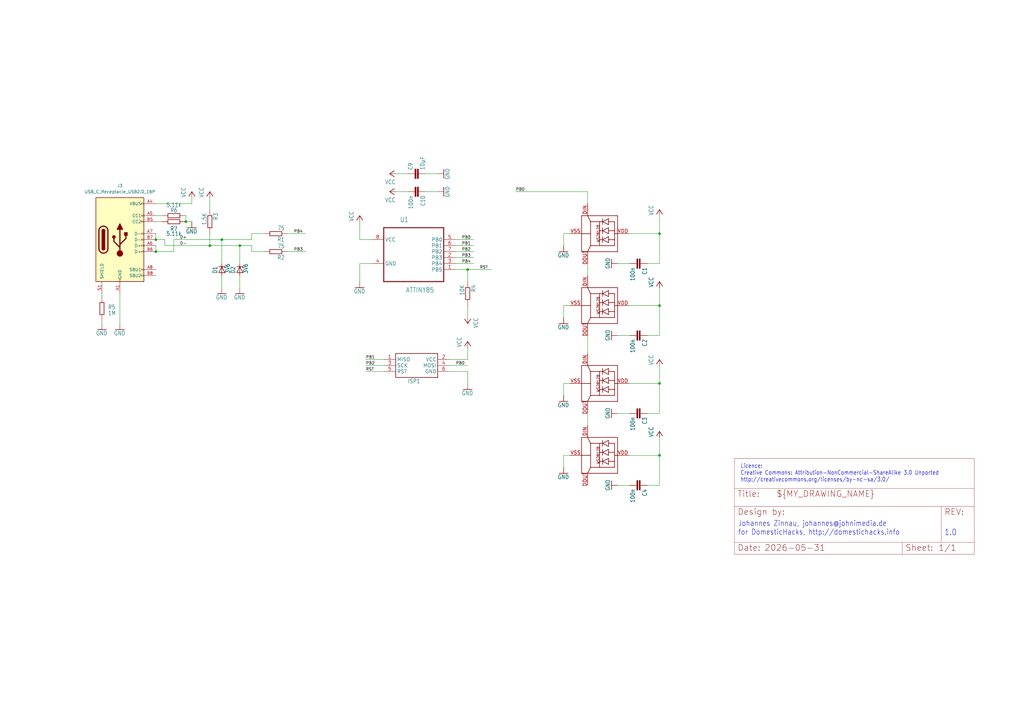
<source format=kicad_sch>
(kicad_sch (version 20250114) (generator "eeschema") (generator_version "9.0")
  (paper "User" 433.807 302.311)
  (lib_symbols
    (symbol "Connector:USB_C_Receptacle_USB2.0_16P" (pin_names (offset 1.016))
      (property "Reference" "J" (at 0 22.225 0))
      (property "Value" "USB_C_Receptacle_USB2.0_16P" (at 0 19.685 0))
      (symbol "USB_C_Receptacle_USB2.0_16P_0_0"
        (rectangle (start -0.254 -17.78) (end 0.254 -16.764))
        (rectangle (start 10.16 15.494) (end 9.144 14.986))
        (rectangle (start 10.16 10.414) (end 9.144 9.906))
        (rectangle (start 10.16 7.874) (end 9.144 7.366))
        (rectangle (start 10.16 2.794) (end 9.144 2.286))
        (rectangle (start 10.16 0.254) (end 9.144 -0.254))
        (rectangle (start 10.16 -2.286) (end 9.144 -2.794))
        (rectangle (start 10.16 -4.826) (end 9.144 -5.334))
        (rectangle (start 10.16 -12.446) (end 9.144 -12.954))
        (rectangle (start 10.16 -14.986) (end 9.144 -15.494))
      )
      (symbol "USB_C_Receptacle_USB2.0_16P_0_1"
        (rectangle (start -10.16 17.78) (end 10.16 -17.78) (stroke (width 0.254)) (fill (type background)))
        (polyline (pts (xy -8.89 -3.81) (xy -8.89 3.81)) (stroke (width 0.508)))
        (rectangle (start -7.62 -3.81) (end -6.35 3.81) (stroke (width 0.254)) (fill (type outline)))
        (arc (start -7.62 3.81) (mid -6.985 4.4423) (end -6.35 3.81) (stroke (width 0.254)))
        (arc (start -7.62 3.81) (mid -6.985 4.4423) (end -6.35 3.81) (stroke (width 0.254)) (fill (type outline)))
        (arc (start -8.89 3.81) (mid -6.985 5.7067) (end -5.08 3.81) (stroke (width 0.508)))
        (arc (start -5.08 -3.81) (mid -6.985 -5.7067) (end -8.89 -3.81) (stroke (width 0.508)))
        (arc (start -6.35 -3.81) (mid -6.985 -4.4423) (end -7.62 -3.81) (stroke (width 0.254)))
        (arc (start -6.35 -3.81) (mid -6.985 -4.4423) (end -7.62 -3.81) (stroke (width 0.254)) (fill (type outline)))
        (polyline (pts (xy -5.08 3.81) (xy -5.08 -3.81)) (stroke (width 0.508)))
        (circle (center -2.54 1.143) (radius 0.635) (stroke (width 0.254)) (fill (type outline)))
        (polyline (pts (xy -1.27 4.318) (xy 0 6.858) (xy 1.27 4.318) (xy -1.27 4.318)) (stroke (width 0.254)) (fill (type outline)))
        (polyline (pts (xy 0 -2.032) (xy 2.54 0.508) (xy 2.54 1.778)) (stroke (width 0.508)))
        (polyline (pts (xy 0 -3.302) (xy -2.54 -0.762) (xy -2.54 0.508)) (stroke (width 0.508)))
        (polyline (pts (xy 0 -5.842) (xy 0 4.318)) (stroke (width 0.508)))
        (circle (center 0 -5.842) (radius 1.27) (fill (type outline)))
        (rectangle (start 1.905 1.778) (end 3.175 3.048) (stroke (width 0.254)) (fill (type outline)))
      )
      (symbol "USB_C_Receptacle_USB2.0_16P_1_1"
        (pin passive line (at -7.62 -22.86 90) (length 5.08) (name "SHIELD") (number "S1"))
        (pin passive line (at 0 -22.86 90) (length 5.08) (name "GND") (number "A1"))
        (pin passive line (at 0 -22.86 90) (length 5.08) (hide yes) (name "GND") (number "A12"))
        (pin passive line (at 0 -22.86 90) (length 5.08) (hide yes) (name "GND") (number "B1"))
        (pin passive line (at 0 -22.86 90) (length 5.08) (hide yes) (name "GND") (number "B12"))
        (pin passive line (at 15.24 15.24 180) (length 5.08) (name "VBUS") (number "A4"))
        (pin passive line (at 15.24 15.24 180) (length 5.08) (hide yes) (name "VBUS") (number "A9"))
        (pin passive line (at 15.24 15.24 180) (length 5.08) (hide yes) (name "VBUS") (number "B4"))
        (pin passive line (at 15.24 15.24 180) (length 5.08) (hide yes) (name "VBUS") (number "B9"))
        (pin bidirectional line (at 15.24 10.16 180) (length 5.08) (name "CC1") (number "A5"))
        (pin bidirectional line (at 15.24 7.62 180) (length 5.08) (name "CC2") (number "B5"))
        (pin bidirectional line (at 15.24 2.54 180) (length 5.08) (name "D-") (number "A7"))
        (pin bidirectional line (at 15.24 0 180) (length 5.08) (name "D-") (number "B7"))
        (pin bidirectional line (at 15.24 -2.54 180) (length 5.08) (name "D+") (number "A6"))
        (pin bidirectional line (at 15.24 -5.08 180) (length 5.08) (name "D+") (number "B6"))
        (pin bidirectional line (at 15.24 -12.7 180) (length 5.08) (name "SBU1") (number "A8"))
        (pin bidirectional line (at 15.24 -15.24 180) (length 5.08) (name "SBU2") (number "B8"))
      )
    )
    (symbol "bloenk-mini-eagle-import:Atmel_By_element14_Batch_1_ATTINY85-20SU"
      (property "Reference" "U" (at -5.8928 9.906 0))
      (symbol "Atmel_By_element14_Batch_1_ATTINY85-20SU_1_0"
        (polyline (pts (xy -12.7 7.62) (xy -12.7 -15.24)) (stroke (width 0.4064)))
        (polyline (pts (xy -12.7 -15.24) (xy 12.7 -15.24)) (stroke (width 0.4064)))
        (polyline (pts (xy 12.7 7.62) (xy -12.7 7.62)) (stroke (width 0.4064)))
        (polyline (pts (xy 12.7 -15.24) (xy 12.7 7.62)) (stroke (width 0.4064)))
        (pin power_in line (at -17.78 2.54 0) (length 5.08) (name "VCC") (number "8"))
        (pin passive line (at -17.78 -7.62 0) (length 5.08) (name "GND") (number "4"))
        (pin bidirectional line (at 17.78 2.54 180) (length 5.08) (name "PB0") (number "5"))
        (pin bidirectional line (at 17.78 0 180) (length 5.08) (name "PB1") (number "6"))
        (pin bidirectional line (at 17.78 -2.54 180) (length 5.08) (name "PB2") (number "7"))
        (pin bidirectional line (at 17.78 -5.08 180) (length 5.08) (name "PB3") (number "2"))
        (pin bidirectional line (at 17.78 -7.62 180) (length 5.08) (name "PB4") (number "3"))
        (pin bidirectional line (at 17.78 -10.16 180) (length 5.08) (name "PB5") (number "1"))
      )
    )
    (symbol "bloenk-mini-eagle-import:WS2812B_WS2812B"
      (symbol "WS2812B_WS2812B_1_0"
        (polyline (pts (xy -7.62 10.16) (xy -7.62 -2.54)) (stroke (width 0.254)))
        (polyline (pts (xy -7.62 -2.54) (xy -7.62 -5.08)) (stroke (width 0.254)))
        (polyline (pts (xy -7.62 -5.08) (xy 0 -5.08)) (stroke (width 0.254)))
        (polyline (pts (xy -6.35 6.35) (xy -5.08 6.35)) (stroke (width 0.254)))
        (polyline (pts (xy -6.35 3.81) (xy -5.08 3.81)) (stroke (width 0.254)))
        (polyline (pts (xy -5.08 8.89) (xy -5.08 6.35)) (stroke (width 0.254)))
        (polyline (pts (xy -5.08 6.35) (xy -3.81 6.35)) (stroke (width 0.254)))
        (polyline (pts (xy -5.08 3.81) (xy -6.35 6.35)) (stroke (width 0.254)))
        (polyline (pts (xy -5.08 3.81) (xy -5.08 2.54)) (stroke (width 0.254)))
        (polyline (pts (xy -5.08 3.81) (xy -3.81 6.35)) (stroke (width 0.254)))
        (polyline (pts (xy -5.08 2.54) (xy -5.08 -1.27)) (stroke (width 0.254)))
        (polyline (pts (xy -5.08 -1.27) (xy -7.62 -2.54)) (stroke (width 0.254)))
        (polyline (pts (xy -5.08 -1.27) (xy 0 -1.27)) (stroke (width 0.254)))
        (polyline (pts (xy -3.81 3.81) (xy -5.08 3.81)) (stroke (width 0.254)))
        (polyline (pts (xy -2.54 6.35) (xy 0 6.35)) (stroke (width 0.254)))
        (polyline (pts (xy -2.54 3.81) (xy -1.27 3.81)) (stroke (width 0.254)))
        (polyline (pts (xy -1.27 6.35) (xy -1.27 8.89)) (stroke (width 0.254)))
        (polyline (pts (xy -1.27 3.81) (xy -2.54 6.35)) (stroke (width 0.254)))
        (polyline (pts (xy -1.27 3.81) (xy -1.27 2.54)) (stroke (width 0.254)))
        (polyline (pts (xy -1.27 3.81) (xy 0 3.81)) (stroke (width 0.254)))
        (polyline (pts (xy -1.27 2.54) (xy -5.08 2.54)) (stroke (width 0.254)))
        (polyline (pts (xy 0 10.16) (xy -7.62 10.16)) (stroke (width 0.254)))
        (polyline (pts (xy 0 10.16) (xy 0 8.89)) (stroke (width 0.254)))
        (polyline (pts (xy 0 8.89) (xy -5.08 8.89)) (stroke (width 0.254)))
        (polyline (pts (xy 0 6.35) (xy -1.27 3.81)) (stroke (width 0.254)))
        (polyline (pts (xy 0 -1.27) (xy 0 -5.08)) (stroke (width 0.254)))
        (polyline (pts (xy 0 -1.27) (xy 5.08 -1.27)) (stroke (width 0.254)))
        (polyline (pts (xy 0 -5.08) (xy 7.62 -5.08)) (stroke (width 0.254)))
        (polyline (pts (xy 1.27 6.35) (xy 2.54 6.35)) (stroke (width 0.254)))
        (polyline (pts (xy 1.27 6.35) (xy 2.54 3.81)) (stroke (width 0.254)))
        (polyline (pts (xy 2.54 8.89) (xy 0 8.89)) (stroke (width 0.254)))
        (polyline (pts (xy 2.54 8.89) (xy 5.08 8.89)) (stroke (width 0.254)))
        (polyline (pts (xy 2.54 6.35) (xy 2.54 8.89)) (stroke (width 0.254)))
        (polyline (pts (xy 2.54 3.81) (xy 1.27 3.81)) (stroke (width 0.254)))
        (polyline (pts (xy 2.54 3.81) (xy 2.54 2.54)) (stroke (width 0.254)))
        (polyline (pts (xy 2.54 3.81) (xy 3.81 6.35)) (stroke (width 0.254)))
        (polyline (pts (xy 2.54 3.81) (xy 3.81 3.81)) (stroke (width 0.254)))
        (polyline (pts (xy 2.54 2.54) (xy -1.27 2.54)) (stroke (width 0.254)))
        (polyline (pts (xy 3.81 6.35) (xy 2.54 6.35)) (stroke (width 0.254)))
        (polyline (pts (xy 5.08 8.89) (xy 5.08 2.54)) (stroke (width 0.254)))
        (polyline (pts (xy 5.08 2.54) (xy 2.54 2.54)) (stroke (width 0.254)))
        (polyline (pts (xy 5.08 -1.27) (xy 5.08 2.54)) (stroke (width 0.254)))
        (polyline (pts (xy 5.08 -1.27) (xy 7.62 -2.54)) (stroke (width 0.254)))
        (polyline (pts (xy 7.62 10.16) (xy 0 10.16)) (stroke (width 0.254)))
        (polyline (pts (xy 7.62 -2.54) (xy 7.62 10.16)) (stroke (width 0.254)))
        (polyline (pts (xy 7.62 -5.08) (xy 7.62 -2.54)) (stroke (width 0.254)))
        (text "WS2812B" (at 3.81 1.27 0) (effects (font (size 1.27 1.0795)) (justify right top)))
        (pin input line (at -12.7 -2.54 0) (length 5.08) (name "DI") (number "DIN"))
        (pin power_in line (at 0 14.986 270) (length 5.08) (name "VDD") (number "VDD"))
        (pin power_in line (at 0 -10.16 90) (length 5.08) (name "GND") (number "VSS"))
        (pin output line (at 12.7 -2.54 180) (length 5.08) (name "DO") (number "DOUT"))
      )
    )
    (symbol "bloenk-mini-eagle-import:adafruit_AVRISP-6"
      (property "Reference" "ISP" (at -2.54 -7.62 0))
      (symbol "adafruit_AVRISP-6_1_0"
        (polyline (pts (xy -7.62 5.08) (xy 10.16 5.08)) (stroke (width 0.254)))
        (polyline (pts (xy -7.62 -5.08) (xy -7.62 5.08)) (stroke (width 0.254)))
        (polyline (pts (xy 10.16 5.08) (xy 10.16 -5.08)) (stroke (width 0.254)))
        (polyline (pts (xy 10.16 -5.08) (xy -7.62 -5.08)) (stroke (width 0.254)))
        (pin input line (at -12.7 2.54 0) (length 5.08) (name "MISO") (number "1"))
        (pin output line (at -12.7 0 0) (length 5.08) (name "SCK") (number "3"))
        (pin output line (at -12.7 -2.54 0) (length 5.08) (name "RST") (number "5"))
        (pin power_in line (at 15.24 2.54 180) (length 5.08) (name "VCC") (number "2"))
        (pin output line (at 15.24 0 180) (length 5.08) (name "MOSI") (number "4"))
        (pin power_in line (at 15.24 -2.54 180) (length 5.08) (name "GND") (number "6"))
      )
    )
    (symbol "bloenk-mini-eagle-import:diode_ZENER-DIODESOD80C"
      (property "Reference" "D" (at -1.778 1.905 0))
      (symbol "diode_ZENER-DIODESOD80C_1_0"
        (polyline (pts (xy -1.27 1.27) (xy -1.27 -1.27)) (stroke (width 0.254)))
        (polyline (pts (xy -1.27 -1.27) (xy 1.27 0)) (stroke (width 0.254)))
        (polyline (pts (xy 1.27 1.27) (xy 1.27 0)) (stroke (width 0.254)))
        (polyline (pts (xy 1.27 0) (xy -1.27 1.27)) (stroke (width 0.254)))
        (polyline (pts (xy 1.27 0) (xy 1.27 -1.27)) (stroke (width 0.254)))
        (polyline (pts (xy 1.27 -1.27) (xy 0.635 -1.27)) (stroke (width 0.254)))
        (pin passive line (at -2.54 0 0) (length 2.54) (name "A") (number "A"))
        (pin passive line (at 2.54 0 180) (length 2.54) (name "C") (number "C"))
      )
    )
    (symbol "bloenk-mini-eagle-import:my_frames_DINA3_L"
      (symbol "my_frames_DINA3_L_1_0"
        (polyline (pts (xy 0 264.16) (xy 388.62 264.16) (xy 388.62 0) (xy 0 0) (xy 0 264.16)))
      )
      (symbol "my_frames_DINA3_L_2_0"
        (polyline (pts (xy 0 27.94) (xy 0 40.64)) (stroke (width 0.1016)))
        (polyline (pts (xy 0 27.94) (xy 101.6 27.94)) (stroke (width 0.1016)))
        (polyline (pts (xy 0 20.32) (xy 0 27.94)) (stroke (width 0.1016)))
        (polyline (pts (xy 0 5.08) (xy 0 20.32)) (stroke (width 0.1016)))
        (polyline (pts (xy 0 5.08) (xy 71.12 5.08)) (stroke (width 0.1016)))
        (polyline (pts (xy 0 0) (xy 0 5.08)) (stroke (width 0.1016)))
        (polyline (pts (xy 0 0) (xy 71.12 0)) (stroke (width 0.1016)))
        (polyline (pts (xy 71.12 5.08) (xy 71.12 0)) (stroke (width 0.1016)))
        (polyline (pts (xy 71.12 5.08) (xy 87.63 5.08)) (stroke (width 0.1016)))
        (polyline (pts (xy 71.12 0) (xy 101.6 0)) (stroke (width 0.1016)))
        (polyline (pts (xy 87.63 20.32) (xy 0 20.32)) (stroke (width 0.1016)))
        (polyline (pts (xy 87.63 20.32) (xy 87.63 5.08)) (stroke (width 0.1016)))
        (polyline (pts (xy 87.63 5.08) (xy 101.6 5.08)) (stroke (width 0.1016)))
        (polyline (pts (xy 101.6 40.64) (xy 0 40.64)) (stroke (width 0.1016)))
        (polyline (pts (xy 101.6 40.64) (xy 101.6 27.94)) (stroke (width 0.1016)))
        (polyline (pts (xy 101.6 27.94) (xy 101.6 20.32)) (stroke (width 0.1016)))
        (polyline (pts (xy 101.6 20.32) (xy 87.63 20.32)) (stroke (width 0.1016)))
        (polyline (pts (xy 101.6 20.32) (xy 101.6 5.08)) (stroke (width 0.1016)))
        (polyline (pts (xy 101.6 5.08) (xy 101.6 0)) (stroke (width 0.1016)))
        (text "Title:" (at 1.27 24.13 0) (effects (font (size 2.54 2.54)) (justify left bottom)))
        (text "Design by:" (at 1.27 16.51 0) (effects (font (size 2.54 2.54)) (justify left bottom)))
        (text "Date:" (at 1.27 1.27 0) (effects (font (size 2.54 2.54)) (justify left bottom)))
        (text "${CURRENT_DATE}" (at 12.7 1.27 0) (effects (font (size 2.54 2.54)) (justify left bottom)))
        (text "${MY_DRAWING_NAME}" (at 17.78 24.13 0) (effects (font (size 2.54 2.54)) (justify left bottom)))
        (text "Sheet:" (at 72.39 1.27 0) (effects (font (size 2.54 2.54)) (justify left bottom)))
        (text "${#}/${##}" (at 86.36 1.27 0) (effects (font (size 2.54 2.54)) (justify left bottom)))
        (text "REV:" (at 88.9 16.51 0) (effects (font (size 2.54 2.54)) (justify left bottom)))
      )
    )
    (symbol "bloenk-mini-eagle-import:rcl_C-EUC0805"
      (property "Reference" "C" (at 1.524 0.381 0))
      (symbol "rcl_C-EUC0805_1_0"
        (rectangle (start -2.032 -1.016) (end 2.032 -0.508) (fill (type outline)))
        (rectangle (start -2.032 -2.032) (end 2.032 -1.524) (fill (type outline)))
        (polyline (pts (xy 0 0) (xy 0 -0.508)) (stroke (width 0.1524)))
        (polyline (pts (xy 0 -2.54) (xy 0 -2.032)) (stroke (width 0.1524)))
        (pin passive line (at 0 2.54 270) (length 2.54) (name "1") (number "1"))
        (pin passive line (at 0 -5.08 90) (length 2.54) (name "2") (number "2"))
      )
    )
    (symbol "bloenk-mini-eagle-import:resistor_C-EUC0603"
      (property "Reference" "C" (at 1.524 0.381 0))
      (symbol "resistor_C-EUC0603_1_0"
        (rectangle (start -2.032 -1.016) (end 2.032 -0.508) (fill (type outline)))
        (rectangle (start -2.032 -2.032) (end 2.032 -1.524) (fill (type outline)))
        (polyline (pts (xy 0 0) (xy 0 -0.508)) (stroke (width 0.1524)))
        (polyline (pts (xy 0 -2.54) (xy 0 -2.032)) (stroke (width 0.1524)))
        (pin passive line (at 0 2.54 270) (length 2.54) (name "1") (number "1"))
        (pin passive line (at 0 -5.08 90) (length 2.54) (name "2") (number "2"))
      )
    )
    (symbol "bloenk-mini-eagle-import:resistor_R-EU_R0603"
      (property "Reference" "R" (at -3.81 1.4986 0))
      (symbol "resistor_R-EU_R0603_1_0"
        (polyline (pts (xy -2.54 -0.889) (xy -2.54 0.889)) (stroke (width 0.254)))
        (polyline (pts (xy -2.54 -0.889) (xy 2.54 -0.889)) (stroke (width 0.254)))
        (polyline (pts (xy 2.54 0.889) (xy -2.54 0.889)) (stroke (width 0.254)))
        (polyline (pts (xy 2.54 -0.889) (xy 2.54 0.889)) (stroke (width 0.254)))
        (pin passive line (at -5.08 0 0) (length 2.54) (name "1") (number "1"))
        (pin passive line (at 5.08 0 180) (length 2.54) (name "2") (number "2"))
      )
    )
    (symbol "bloenk-mini-eagle-import:supply1_GND" (power)
      (symbol "supply1_GND_1_0"
        (polyline (pts (xy -1.905 0) (xy 1.905 0)) (stroke (width 0.254)))
        (pin power_in line (at 0 2.54 270) (length 2.54) (name "GND") (number "1"))
      )
    )
    (symbol "bloenk-mini-eagle-import:supply1_VCC" (power)
      (symbol "supply1_VCC_1_0"
        (polyline (pts (xy 0 0) (xy -1.27 -1.905)) (stroke (width 0.254)))
        (polyline (pts (xy 1.27 -1.905) (xy 0 0)) (stroke (width 0.254)))
        (pin power_in line (at 0 -2.54 90) (length 2.54) (name "VCC") (number "1"))
      )
    )
  )
  (text "Licence:\nCreative Commons: Attribution-NonCommercial-ShareAlike 3.0 Unported\nhttp://creativecommons.org/licenses/by-nc-sa/3.0/" (at 313.69 204.47 0) (effects (font (size 1.778 1.5113)) (justify left bottom)))
  (text "Johannes Zinnau, johannes@johnimedia.de\nfor DomesticHacks, http://domestichacks.info" (at 312.674 227.076 0) (effects (font (size 2.286 1.9431)) (justify left bottom)))
  (text "1.0" (at 400.05 227.33 0) (effects (font (size 2.54 2.159)) (justify left bottom)))
  (junction (at 66.04 106.68))
  (junction (at 279.4 99.06))
  (junction (at 279.4 129.54))
  (junction (at 279.4 193.04))
  (junction (at 198.12 114.3))
  (junction (at 279.4 162.56))
  (junction (at 88.9 104.14))
  (junction (at 78.74 93.98))
  (junction (at 93.98 101.6))
  (junction (at 66.04 101.6))
  (junction (at 101.6 104.14))
  (wire (pts (xy 279.4 205.74) (xy 274.32 205.74)) (stroke (width 0.1524)))
  (wire (pts (xy 238.76 99.06) (xy 238.76 104.14)) (stroke (width 0.1524)))
  (wire (pts (xy 198.12 129.54) (xy 198.12 134.62)) (stroke (width 0.1524)))
  (wire (pts (xy 241.3 99.06) (xy 238.76 99.06)) (stroke (width 0.1524)))
  (wire (pts (xy 193.04 109.22) (xy 200.66 109.22)) (stroke (width 0.1524)))
  (wire (pts (xy 180.34 81.28) (xy 185.42 81.28)) (stroke (width 0.1524)))
  (wire (pts (xy 88.9 104.14) (xy 101.6 104.14)) (stroke (width 0.1524)))
  (wire (pts (xy 193.04 104.14) (xy 200.66 104.14)) (stroke (width 0.1524)))
  (wire (pts (xy 157.48 101.6) (xy 152.4 101.6)) (stroke (width 0.1524)))
  (wire (pts (xy 241.3 129.54) (xy 238.76 129.54)) (stroke (width 0.1524)))
  (wire (pts (xy 238.76 162.56) (xy 238.76 167.64)) (stroke (width 0.1524)))
  (wire (pts (xy 88.9 104.14) (xy 88.9 99.06)) (stroke (width 0.1524)))
  (wire (pts (xy 106.68 106.68) (xy 111.76 106.68)) (stroke (width 0.1524)))
  (wire (pts (xy 266.7 142.24) (xy 261.62 142.24)) (stroke (width 0.1524)))
  (wire (pts (xy 162.56 152.4) (xy 154.94 152.4)) (stroke (width 0.1524)))
  (wire (pts (xy 218.44 81.28) (xy 248.92 81.28)) (stroke (width 0.1524)))
  (wire (pts (xy 279.4 129.54) (xy 279.4 142.24)) (stroke (width 0.1524)))
  (wire (pts (xy 193.04 111.76) (xy 200.66 111.76)) (stroke (width 0.1524)))
  (wire (pts (xy 198.12 157.48) (xy 198.12 162.56)) (stroke (width 0.1524)))
  (wire (pts (xy 106.68 99.06) (xy 111.76 99.06)) (stroke (width 0.1524)))
  (wire (pts (xy 152.4 111.76) (xy 152.4 119.38)) (stroke (width 0.1524)))
  (wire (pts (xy 69.85 101.6) (xy 66.04 101.6)) (stroke (width 0.1524)))
  (wire (pts (xy 106.68 101.6) (xy 106.68 99.06)) (stroke (width 0.1524)))
  (wire (pts (xy 198.12 114.3) (xy 208.28 114.3)) (stroke (width 0.1524)))
  (wire (pts (xy 279.4 111.76) (xy 279.4 99.06)) (stroke (width 0.1524)))
  (wire (pts (xy 88.9 83.82) (xy 88.9 88.9)) (stroke (width 0.1524)))
  (wire (pts (xy 93.98 116.84) (xy 93.98 121.92)) (stroke (width 0.1524)))
  (wire (pts (xy 279.4 185.42) (xy 279.4 193.04)) (stroke (width 0.1524)))
  (wire (pts (xy 266.446 99.06) (xy 279.4 99.06)) (stroke (width 0.1524)))
  (wire (pts (xy 279.4 111.76) (xy 274.32 111.76)) (stroke (width 0.1524)))
  (wire (pts (xy 238.76 129.54) (xy 238.76 134.62)) (stroke (width 0.1524)))
  (wire (pts (xy 248.92 111.76) (xy 248.92 116.84)) (stroke (width 0.1524)))
  (wire (pts (xy 93.98 111.76) (xy 93.98 101.6)) (stroke (width 0.1524)))
  (wire (pts (xy 71.12 86.36) (xy 81.28 86.36)) (stroke (width 0.1524)))
  (wire (pts (xy 241.3 193.04) (xy 238.76 193.04)) (stroke (width 0.1524)))
  (wire (pts (xy 261.62 175.26) (xy 266.7 175.26)) (stroke (width 0.1524)))
  (wire (pts (xy 241.3 162.56) (xy 238.76 162.56)) (stroke (width 0.1524)))
  (wire (pts (xy 193.04 101.6) (xy 200.66 101.6)) (stroke (width 0.1524)))
  (wire (pts (xy 73.66 101.6) (xy 73.66 106.68)) (stroke (width 0.1524)))
  (wire (pts (xy 43.18 124.46) (xy 43.18 125.73)))
  (wire (pts (xy 152.4 101.6) (xy 152.4 93.98)) (stroke (width 0.1524)))
  (wire (pts (xy 66.04 106.68) (xy 73.66 106.68)) (stroke (width 0.1524)))
  (wire (pts (xy 106.68 104.14) (xy 106.68 106.68)) (stroke (width 0.1524)))
  (wire (pts (xy 279.4 193.04) (xy 279.4 205.74)) (stroke (width 0.1524)))
  (wire (pts (xy 121.92 99.06) (xy 129.54 99.06)) (stroke (width 0.1524)))
  (wire (pts (xy 167.64 81.28) (xy 172.72 81.28)) (stroke (width 0.1524)))
  (wire (pts (xy 78.74 93.98) (xy 81.28 93.98)))
  (wire (pts (xy 50.8 124.46) (xy 50.8 137.16)))
  (wire (pts (xy 279.4 142.24) (xy 274.32 142.24)) (stroke (width 0.1524)))
  (wire (pts (xy 279.4 175.26) (xy 274.32 175.26)) (stroke (width 0.1524)))
  (wire (pts (xy 121.92 106.68) (xy 129.54 106.68)) (stroke (width 0.1524)))
  (wire (pts (xy 190.5 154.94) (xy 198.12 154.94)) (stroke (width 0.1524)))
  (wire (pts (xy 266.7 205.74) (xy 261.62 205.74)) (stroke (width 0.1524)))
  (wire (pts (xy 78.74 96.52) (xy 81.28 96.52)))
  (wire (pts (xy 66.04 104.14) (xy 66.04 106.68)))
  (wire (pts (xy 73.66 101.6) (xy 93.98 101.6)) (stroke (width 0.1524)))
  (wire (pts (xy 66.04 99.06) (xy 66.04 101.6)))
  (wire (pts (xy 248.92 175.26) (xy 248.92 180.34)) (stroke (width 0.1524)))
  (wire (pts (xy 248.92 86.36) (xy 248.92 81.28)) (stroke (width 0.1524)))
  (wire (pts (xy 157.48 111.76) (xy 152.4 111.76)) (stroke (width 0.1524)))
  (wire (pts (xy 43.18 135.89) (xy 43.18 137.16)))
  (wire (pts (xy 81.28 86.36) (xy 81.28 83.82)) (stroke (width 0.1524)))
  (wire (pts (xy 266.446 193.04) (xy 279.4 193.04)) (stroke (width 0.1524)))
  (wire (pts (xy 93.98 101.6) (xy 106.68 101.6)) (stroke (width 0.1524)))
  (wire (pts (xy 198.12 119.38) (xy 198.12 114.3)) (stroke (width 0.1524)))
  (wire (pts (xy 198.12 152.4) (xy 198.12 147.32)) (stroke (width 0.1524)))
  (wire (pts (xy 261.62 111.76) (xy 266.7 111.76)) (stroke (width 0.1524)))
  (wire (pts (xy 193.04 106.68) (xy 200.66 106.68)) (stroke (width 0.1524)))
  (wire (pts (xy 167.64 73.66) (xy 172.72 73.66)) (stroke (width 0.1524)))
  (wire (pts (xy 248.92 142.24) (xy 248.92 149.86)))
  (wire (pts (xy 180.34 73.66) (xy 185.42 73.66)) (stroke (width 0.1524)))
  (wire (pts (xy 101.6 116.84) (xy 101.6 121.92)) (stroke (width 0.1524)))
  (wire (pts (xy 78.74 91.44) (xy 78.74 93.98)))
  (wire (pts (xy 279.4 99.06) (xy 279.4 91.44)) (stroke (width 0.1524)))
  (wire (pts (xy 190.5 152.4) (xy 198.12 152.4)) (stroke (width 0.1524)))
  (wire (pts (xy 279.4 175.26) (xy 279.4 162.56)) (stroke (width 0.1524)))
  (wire (pts (xy 66.04 91.44) (xy 68.58 91.44)))
  (wire (pts (xy 279.4 121.92) (xy 279.4 129.54)) (stroke (width 0.1524)))
  (wire (pts (xy 101.6 111.76) (xy 101.6 104.14)) (stroke (width 0.1524)))
  (wire (pts (xy 190.5 157.48) (xy 198.12 157.48)) (stroke (width 0.1524)))
  (wire (pts (xy 279.4 162.56) (xy 279.4 154.94)) (stroke (width 0.1524)))
  (wire (pts (xy 193.04 114.3) (xy 198.12 114.3)) (stroke (width 0.1524)))
  (wire (pts (xy 266.446 162.56) (xy 279.4 162.56)) (stroke (width 0.1524)))
  (wire (pts (xy 266.446 129.54) (xy 279.4 129.54)) (stroke (width 0.1524)))
  (wire (pts (xy 69.85 104.14) (xy 69.85 101.6)) (stroke (width 0.1524)))
  (wire (pts (xy 162.56 157.48) (xy 154.94 157.48)) (stroke (width 0.1524)))
  (wire (pts (xy 238.76 193.04) (xy 238.76 198.12)) (stroke (width 0.1524)))
  (wire (pts (xy 69.85 104.14) (xy 88.9 104.14)) (stroke (width 0.1524)))
  (wire (pts (xy 101.6 104.14) (xy 106.68 104.14)) (stroke (width 0.1524)))
  (wire (pts (xy 162.56 154.94) (xy 154.94 154.94)) (stroke (width 0.1524)))
  (wire (pts (xy 71.12 86.36) (xy 66.04 86.36)))
  (wire (pts (xy 66.04 93.98) (xy 68.58 93.98)))
  (label "RST" (at 203.2 114.3 0) (effects (font (size 1.2446 1.2446))))
  (label "D+" (at 76.2 101.6 0) (effects (font (size 1.2446 1.2446))))
  (label "PB2" (at 195.58 106.68 0) (effects (font (size 1.2446 1.2446))))
  (label "PB1" (at 154.94 152.4 0) (effects (font (size 1.2446 1.2446))))
  (label "PB4" (at 124.46 99.06 0) (effects (font (size 1.2446 1.2446))))
  (label "PB0" (at 218.44 81.28 0) (effects (font (size 1.2446 1.2446))))
  (label "PB1" (at 195.58 104.14 0) (effects (font (size 1.2446 1.2446))))
  (label "PB0" (at 193.04 154.94 0) (effects (font (size 1.2446 1.2446))))
  (label "PB0" (at 195.58 101.6 0) (effects (font (size 1.2446 1.2446))))
  (label "RST" (at 154.94 157.48 0) (effects (font (size 1.2446 1.2446))))
  (label "PB4" (at 195.58 111.76 0) (effects (font (size 1.2446 1.2446))))
  (label "PB3" (at 124.46 106.68 0) (effects (font (size 1.2446 1.2446))))
  (label "D-" (at 76.2 104.14 0) (effects (font (size 1.2446 1.2446))))
  (label "PB3" (at 195.58 109.22 0) (effects (font (size 1.2446 1.2446))))
  (label "PB2" (at 154.94 154.94 0) (effects (font (size 1.2446 1.2446))))
  (symbol (lib_id "bloenk-mini-eagle-import:WS2812B_WS2812B") (at 251.46 193.04 270) (unit 1)
    (property "Reference" "LED4" (effects (hide yes)))
    (property "Value" "WS2812B" (effects (hide yes)))
    (property "Footprint" "LED_SMD:LED_WS2812B_PLCC4_5.0x5.0mm_P3.2mm" (effects (hide yes)))
  )
  (symbol (lib_id "bloenk-mini-eagle-import:resistor_C-EUC0603") (at 271.78 205.74 270) (unit 1)
    (property "Reference" "C4" (at 272.161 207.264 0) (effects (font (size 1.778 1.5113)) (justify left bottom)))
    (property "Value" "100n" (at 267.081 207.264 0) (effects (font (size 1.778 1.5113)) (justify left bottom)))
    (property "Footprint" "Capacitor_SMD:C_0402_1005Metric" (effects (hide yes)))
  )
  (symbol (lib_id "bloenk-mini-eagle-import:supply1_VCC") (at 165.1 73.66 90) (unit 1)
    (property "Reference" "#P+15" (effects (hide yes)))
    (property "Value" "VCC" (at 167.64 76.2 90) (effects (font (size 1.778 1.5113)) (justify left bottom)))
  )
  (symbol (lib_id "bloenk-mini-eagle-import:resistor_C-EUC0603") (at 271.78 175.26 270) (unit 1)
    (property "Reference" "C3" (at 272.161 176.784 0) (effects (font (size 1.778 1.5113)) (justify left bottom)))
    (property "Value" "100n" (at 267.081 176.784 0) (effects (font (size 1.778 1.5113)) (justify left bottom)))
    (property "Footprint" "Capacitor_SMD:C_0402_1005Metric" (effects (hide yes)))
  )
  (symbol (lib_id "bloenk-mini-eagle-import:supply1_VCC") (at 198.12 137.16 180) (unit 1)
    (property "Reference" "#P+14" (effects (hide yes)))
    (property "Value" "VCC" (at 200.66 134.62 90) (effects (font (size 1.778 1.5113)) (justify left bottom)))
  )
  (symbol (lib_id "bloenk-mini-eagle-import:resistor_R-EU_R0603") (at 198.12 124.46 270) (unit 1)
    (property "Reference" "R4" (at 199.6186 120.65 0) (effects (font (size 1.778 1.5113)) (justify left bottom)))
    (property "Value" "10K" (at 194.818 120.65 0) (effects (font (size 1.778 1.5113)) (justify left bottom)))
    (property "Footprint" "Resistor_SMD:R_0402_1005Metric" (effects (hide yes)))
  )
  (symbol (lib_id "bloenk-mini-eagle-import:resistor_R-EU_R0603") (at 73.66 93.98 0) (unit 1)
    (property "Reference" "R7" (at 73.66 97.028 0) (effects (font (size 1.778 1.5113))))
    (property "Value" "5.11k" (at 73.66 99.06 0) (effects (font (size 1.778 1.5113))))
    (property "Footprint" "Resistor_SMD:R_0402_1005Metric" (effects (hide yes)))
    (property "Description" "RESISTOR, European symbol" (effects (hide yes)))
  )
  (symbol (lib_id "bloenk-mini-eagle-import:rcl_C-EUC0805") (at 175.26 73.66 90) (unit 1)
    (property "Reference" "C9" (at 174.879 72.136 0) (effects (font (size 1.778 1.5113)) (justify left bottom)))
    (property "Value" "10µF" (at 179.959 72.136 0) (effects (font (size 1.778 1.5113)) (justify left bottom)))
    (property "Footprint" "Capacitor_SMD:C_0603_1608Metric" (effects (hide yes)))
  )
  (symbol (lib_id "bloenk-mini-eagle-import:supply1_VCC") (at 152.4 91.44 0) (unit 1)
    (property "Reference" "#P+10" (effects (hide yes)))
    (property "Value" "VCC" (at 149.86 93.98 90) (effects (font (size 1.778 1.5113)) (justify left bottom)))
  )
  (symbol (lib_id "bloenk-mini-eagle-import:supply1_VCC") (at 279.4 88.9 0) (unit 1)
    (property "Reference" "#P+2" (effects (hide yes)))
    (property "Value" "VCC" (at 276.86 91.44 90) (effects (font (size 1.778 1.5113)) (justify left bottom)))
  )
  (symbol (lib_id "bloenk-mini-eagle-import:WS2812B_WS2812B") (at 251.46 162.56 270) (unit 1)
    (property "Reference" "LED3" (effects (hide yes)))
    (property "Value" "WS2812B" (effects (hide yes)))
    (property "Footprint" "LED_SMD:LED_WS2812B_PLCC4_5.0x5.0mm_P3.2mm" (effects (hide yes)))
  )
  (symbol (lib_id "bloenk-mini-eagle-import:WS2812B_WS2812B") (at 251.46 99.06 270) (unit 1)
    (property "Reference" "LED1" (effects (hide yes)))
    (property "Value" "WS2812B" (effects (hide yes)))
    (property "Footprint" "LED_SMD:LED_WS2812B_PLCC4_5.0x5.0mm_P3.2mm" (effects (hide yes)))
  )
  (symbol (lib_id "bloenk-mini-eagle-import:supply1_GND") (at 101.6 124.46 0) (unit 1)
    (property "Reference" "#GND21" (effects (hide yes)))
    (property "Value" "GND" (at 99.06 127 0) (effects (font (size 1.778 1.5113)) (justify left bottom)))
  )
  (symbol (lib_id "bloenk-mini-eagle-import:resistor_C-EUC0603") (at 271.78 142.24 270) (unit 1)
    (property "Reference" "C2" (at 272.161 143.764 0) (effects (font (size 1.778 1.5113)) (justify left bottom)))
    (property "Value" "100n" (at 267.081 143.764 0) (effects (font (size 1.778 1.5113)) (justify left bottom)))
    (property "Footprint" "Capacitor_SMD:C_0402_1005Metric" (effects (hide yes)))
  )
  (symbol (lib_id "bloenk-mini-eagle-import:supply1_GND") (at 187.96 73.66 90) (unit 1)
    (property "Reference" "#GND23" (effects (hide yes)))
    (property "Value" "GND" (at 190.5 76.2 0) (effects (font (size 1.778 1.5113)) (justify left bottom)))
  )
  (symbol (lib_id "bloenk-mini-eagle-import:supply1_GND") (at 238.76 170.18 0) (unit 1)
    (property "Reference" "#GND011" (effects (hide yes)))
    (property "Value" "GND" (at 236.22 172.72 0) (effects (font (size 1.778 1.5113)) (justify left bottom)))
  )
  (symbol (lib_id "bloenk-mini-eagle-import:diode_ZENER-DIODESOD80C") (at 101.6 114.3 90) (unit 1)
    (property "Reference" "D2" (at 99.695 116.078 0) (effects (font (size 1.778 1.5113)) (justify left bottom)))
    (property "Value" "3V6" (at 105.029 116.078 0) (effects (font (size 1.778 1.5113)) (justify left bottom)))
    (property "Footprint" "Diode_SMD:D_SOD-123F" (effects (hide yes)))
  )
  (symbol (lib_id "bloenk-mini-eagle-import:resistor_R-EU_R0603") (at 88.9 93.98 270) (unit 1)
    (property "Reference" "R3" (at 90.3986 90.17 0) (effects (font (size 1.778 1.5113)) (justify left bottom)))
    (property "Value" "1.5K" (at 85.598 90.17 0) (effects (font (size 1.778 1.5113)) (justify left bottom)))
    (property "Footprint" "Resistor_SMD:R_0402_1005Metric" (effects (hide yes)))
  )
  (symbol (lib_id "bloenk-mini-eagle-import:resistor_R-EU_R0603") (at 116.84 106.68 180) (unit 1)
    (property "Reference" "R2" (at 120.65 108.1786 0) (effects (font (size 1.778 1.5113)) (justify left bottom)))
    (property "Value" "75" (at 120.65 103.378 0) (effects (font (size 1.778 1.5113)) (justify left bottom)))
    (property "Footprint" "Resistor_SMD:R_0603_1608Metric" (effects (hide yes)))
  )
  (symbol (lib_id "bloenk-mini-eagle-import:supply1_VCC") (at 198.12 144.78 0) (unit 1)
    (property "Reference" "#P+11" (effects (hide yes)))
    (property "Value" "VCC" (at 195.58 147.32 90) (effects (font (size 1.778 1.5113)) (justify left bottom)))
  )
  (symbol (lib_id "bloenk-mini-eagle-import:supply1_GND") (at 259.08 205.74 270) (unit 1)
    (property "Reference" "#GND06" (effects (hide yes)))
    (property "Value" "GND" (at 256.54 203.2 0) (effects (font (size 1.778 1.5113)) (justify left bottom)))
  )
  (symbol (lib_id "bloenk-mini-eagle-import:supply1_GND") (at 259.08 142.24 270) (unit 1)
    (property "Reference" "#GND3" (effects (hide yes)))
    (property "Value" "GND" (at 256.54 139.7 0) (effects (font (size 1.778 1.5113)) (justify left bottom)))
  )
  (symbol (lib_id "bloenk-mini-eagle-import:supply1_GND") (at 238.76 137.16 0) (unit 1)
    (property "Reference" "#GND10" (effects (hide yes)))
    (property "Value" "GND" (at 236.22 139.7 0) (effects (font (size 1.778 1.5113)) (justify left bottom)))
  )
  (symbol (lib_id "bloenk-mini-eagle-import:supply1_GND") (at 259.08 111.76 270) (unit 1)
    (property "Reference" "#GND4" (effects (hide yes)))
    (property "Value" "GND" (at 256.54 109.22 0) (effects (font (size 1.778 1.5113)) (justify left bottom)))
  )
  (symbol (lib_id "bloenk-mini-eagle-import:adafruit_AVRISP-6") (at 175.26 154.94 0) (unit 1)
    (property "Reference" "ISP1" (at 172.72 162.56 0) (effects (font (size 1.778 1.5113)) (justify left bottom)))
    (property "Value" "AVRISP-6" (effects (hide yes)))
    (property "Footprint" "Connector_PinHeader_2.54mm:PinHeader_2x03_P2.54mm_Vertical_SMD" (effects (hide yes)))
  )
  (symbol (lib_id "bloenk-mini-eagle-import:resistor_C-EUC0603") (at 177.8 81.28 270) (unit 1)
    (property "Reference" "C10" (at 178.181 82.804 0) (effects (font (size 1.778 1.5113)) (justify left bottom)))
    (property "Value" "100n" (at 173.101 82.804 0) (effects (font (size 1.778 1.5113)) (justify left bottom)))
    (property "Footprint" "Capacitor_SMD:C_0402_1005Metric" (effects (hide yes)))
  )
  (symbol (lib_id "bloenk-mini-eagle-import:supply1_GND") (at 259.08 175.26 270) (unit 1)
    (property "Reference" "#GND05" (effects (hide yes)))
    (property "Value" "GND" (at 256.54 172.72 0) (effects (font (size 1.778 1.5113)) (justify left bottom)))
  )
  (symbol (lib_id "bloenk-mini-eagle-import:supply1_GND") (at 187.96 81.28 90) (unit 1)
    (property "Reference" "#GND22" (effects (hide yes)))
    (property "Value" "GND" (at 190.5 83.82 0) (effects (font (size 1.778 1.5113)) (justify left bottom)))
  )
  (symbol (lib_id "bloenk-mini-eagle-import:my_frames_DINA3_L") (at 311.15 234.95 0) (unit 2)
    (property "Reference" "#FRAME1" (effects (hide yes)))
    (property "Value" "DINA3_L" (effects (hide yes)))
  )
  (symbol (lib_id "bloenk-mini-eagle-import:supply1_VCC") (at 81.28 81.28 0) (unit 1)
    (property "Reference" "#P+9" (effects (hide yes)))
    (property "Value" "VCC" (at 78.74 83.82 90) (effects (font (size 1.778 1.5113)) (justify left bottom)))
  )
  (symbol (lib_id "bloenk-mini-eagle-import:diode_ZENER-DIODESOD80C") (at 93.98 114.3 90) (unit 1)
    (property "Reference" "D1" (at 92.075 116.078 0) (effects (font (size 1.778 1.5113)) (justify left bottom)))
    (property "Value" "3V6" (at 97.409 116.078 0) (effects (font (size 1.778 1.5113)) (justify left bottom)))
    (property "Footprint" "Diode_SMD:D_SOD-123F" (effects (hide yes)))
  )
  (symbol (lib_id "bloenk-mini-eagle-import:supply1_GND") (at 81.28 96.52 0) (unit 1)
    (property "Reference" "#GND026" (effects (hide yes)))
    (property "Value" "GND" (at 78.74 99.06 0) (effects (font (size 1.778 1.5113)) (justify left bottom)))
  )
  (symbol (lib_id "bloenk-mini-eagle-import:supply1_GND") (at 198.12 165.1 0) (unit 1)
    (property "Reference" "#GND19" (effects (hide yes)))
    (property "Value" "GND" (at 195.58 167.64 0) (effects (font (size 1.778 1.5113)) (justify left bottom)))
  )
  (symbol (lib_id "bloenk-mini-eagle-import:resistor_C-EUC0603") (at 271.78 111.76 270) (unit 1)
    (property "Reference" "C1" (at 272.161 113.284 0) (effects (font (size 1.778 1.5113)) (justify left bottom)))
    (property "Value" "100n" (at 267.081 113.284 0) (effects (font (size 1.778 1.5113)) (justify left bottom)))
    (property "Footprint" "Capacitor_SMD:C_0402_1005Metric" (effects (hide yes)))
  )
  (symbol (lib_id "bloenk-mini-eagle-import:WS2812B_WS2812B") (at 251.46 129.54 270) (unit 1)
    (property "Reference" "LED2" (effects (hide yes)))
    (property "Value" "WS2812B" (effects (hide yes)))
    (property "Footprint" "LED_SMD:LED_WS2812B_PLCC4_5.0x5.0mm_P3.2mm" (effects (hide yes)))
  )
  (symbol (lib_id "bloenk-mini-eagle-import:supply1_VCC") (at 279.4 182.88 0) (unit 1)
    (property "Reference" "#P+04" (effects (hide yes)))
    (property "Value" "VCC" (at 276.86 185.42 90) (effects (font (size 1.778 1.5113)) (justify left bottom)))
  )
  (symbol (lib_id "bloenk-mini-eagle-import:resistor_R-EU_R0603") (at 43.18 130.81 90) (unit 1)
    (property "Reference" "R5" (at 45.72 130.175 90) (effects (font (size 1.778 1.5113)) (justify right)))
    (property "Value" "1M" (at 45.72 132.715 90) (effects (font (size 1.778 1.5113)) (justify right)))
    (property "Footprint" "Resistor_SMD:R_0402_1005Metric" (effects (hide yes)))
    (property "Description" "RESISTOR, European symbol" (effects (hide yes)))
  )
  (symbol (lib_id "bloenk-mini-eagle-import:resistor_R-EU_R0603") (at 116.84 99.06 180) (unit 1)
    (property "Reference" "R1" (at 120.65 100.5586 0) (effects (font (size 1.778 1.5113)) (justify left bottom)))
    (property "Value" "75" (at 120.65 95.758 0) (effects (font (size 1.778 1.5113)) (justify left bottom)))
    (property "Footprint" "Resistor_SMD:R_0603_1608Metric" (effects (hide yes)))
  )
  (symbol (lib_id "bloenk-mini-eagle-import:supply1_VCC") (at 279.4 152.4 0) (unit 1)
    (property "Reference" "#P+03" (effects (hide yes)))
    (property "Value" "VCC" (at 276.86 154.94 90) (effects (font (size 1.778 1.5113)) (justify left bottom)))
  )
  (symbol (lib_id "bloenk-mini-eagle-import:supply1_VCC") (at 88.9 81.28 0) (unit 1)
    (property "Reference" "#P+12" (effects (hide yes)))
    (property "Value" "VCC" (at 86.36 83.82 90) (effects (font (size 1.778 1.5113)) (justify left bottom)))
  )
  (symbol (lib_id "bloenk-mini-eagle-import:supply1_GND") (at 50.8 139.7 0) (unit 1)
    (property "Reference" "#GND024" (effects (hide yes)))
    (property "Value" "GND" (at 48.26 142.24 0) (effects (font (size 1.778 1.5113)) (justify left bottom)))
  )
  (symbol (lib_id "bloenk-mini-eagle-import:supply1_GND") (at 238.76 200.66 0) (unit 1)
    (property "Reference" "#GND012" (effects (hide yes)))
    (property "Value" "GND" (at 236.22 203.2 0) (effects (font (size 1.778 1.5113)) (justify left bottom)))
  )
  (symbol (lib_id "Connector:USB_C_Receptacle_USB2.0_16P") (at 50.8 101.6 0) (unit 1)
    (property "Reference" "J3" (at 50.8 78.74 0))
    (property "Value" "USB_C_Receptacle_USB2.0_16P" (at 50.8 81.28 0))
    (property "Footprint" "Connector_USB:USB_C_Receptacle_G-Switch_GT-USB-7010ASV" (effects (hide yes)))
    (property "Datasheet" "https://www.usb.org/sites/default/files/documents/usb_type-c.zip" (effects (hide yes)))
    (property "Description" "USB 2.0-only 16P Type-C Receptacle connector" (effects (hide yes)))
  )
  (symbol (lib_id "bloenk-mini-eagle-import:supply1_GND") (at 152.4 121.92 0) (unit 1)
    (property "Reference" "#GND18" (effects (hide yes)))
    (property "Value" "GND" (at 149.86 124.46 0) (effects (font (size 1.778 1.5113)) (justify left bottom)))
  )
  (symbol (lib_id "bloenk-mini-eagle-import:supply1_VCC") (at 279.4 119.38 0) (unit 1)
    (property "Reference" "#P+1" (effects (hide yes)))
    (property "Value" "VCC" (at 276.86 121.92 90) (effects (font (size 1.778 1.5113)) (justify left bottom)))
  )
  (symbol (lib_id "bloenk-mini-eagle-import:supply1_GND") (at 93.98 124.46 0) (unit 1)
    (property "Reference" "#GND20" (effects (hide yes)))
    (property "Value" "GND" (at 91.44 127 0) (effects (font (size 1.778 1.5113)) (justify left bottom)))
  )
  (symbol (lib_id "bloenk-mini-eagle-import:resistor_R-EU_R0603") (at 73.66 91.44 0) (unit 1)
    (property "Reference" "R6" (at 73.66 89.154 0) (effects (font (size 1.778 1.5113))))
    (property "Value" "5.11k" (at 73.66 86.868 0) (effects (font (size 1.778 1.5113))))
    (property "Footprint" "Resistor_SMD:R_0402_1005Metric" (effects (hide yes)))
    (property "Description" "RESISTOR, European symbol" (effects (hide yes)))
  )
  (symbol (lib_id "bloenk-mini-eagle-import:supply1_GND") (at 238.76 106.68 0) (unit 1)
    (property "Reference" "#GND9" (effects (hide yes)))
    (property "Value" "GND" (at 236.22 109.22 0) (effects (font (size 1.778 1.5113)) (justify left bottom)))
  )
  (symbol (lib_id "bloenk-mini-eagle-import:supply1_VCC") (at 165.1 81.28 90) (unit 1)
    (property "Reference" "#P+13" (effects (hide yes)))
    (property "Value" "VCC" (at 167.64 83.82 90) (effects (font (size 1.778 1.5113)) (justify left bottom)))
  )
  (symbol (lib_id "bloenk-mini-eagle-import:Atmel_By_element14_Batch_1_ATTINY85-20SU") (at 175.26 104.14 0) (unit 1)
    (property "Reference" "U1" (at 169.3672 94.234 0) (effects (font (size 2.0828 1.7703)) (justify left bottom)))
    (property "Value" "ATTINY85" (at 171.8564 124.079 0) (effects (font (size 2.0828 1.7703)) (justify left bottom)))
    (property "Footprint" "Package_SO:SOIC-8_3.9x4.9mm_P1.27mm" (effects (hide yes)))
  )
  (symbol (lib_id "bloenk-mini-eagle-import:supply1_GND") (at 43.18 139.7 0) (unit 1)
    (property "Reference" "#GND025" (effects (hide yes)))
    (property "Value" "GND" (at 40.64 142.24 0) (effects (font (size 1.778 1.5113)) (justify left bottom)))
  )
)
</source>
